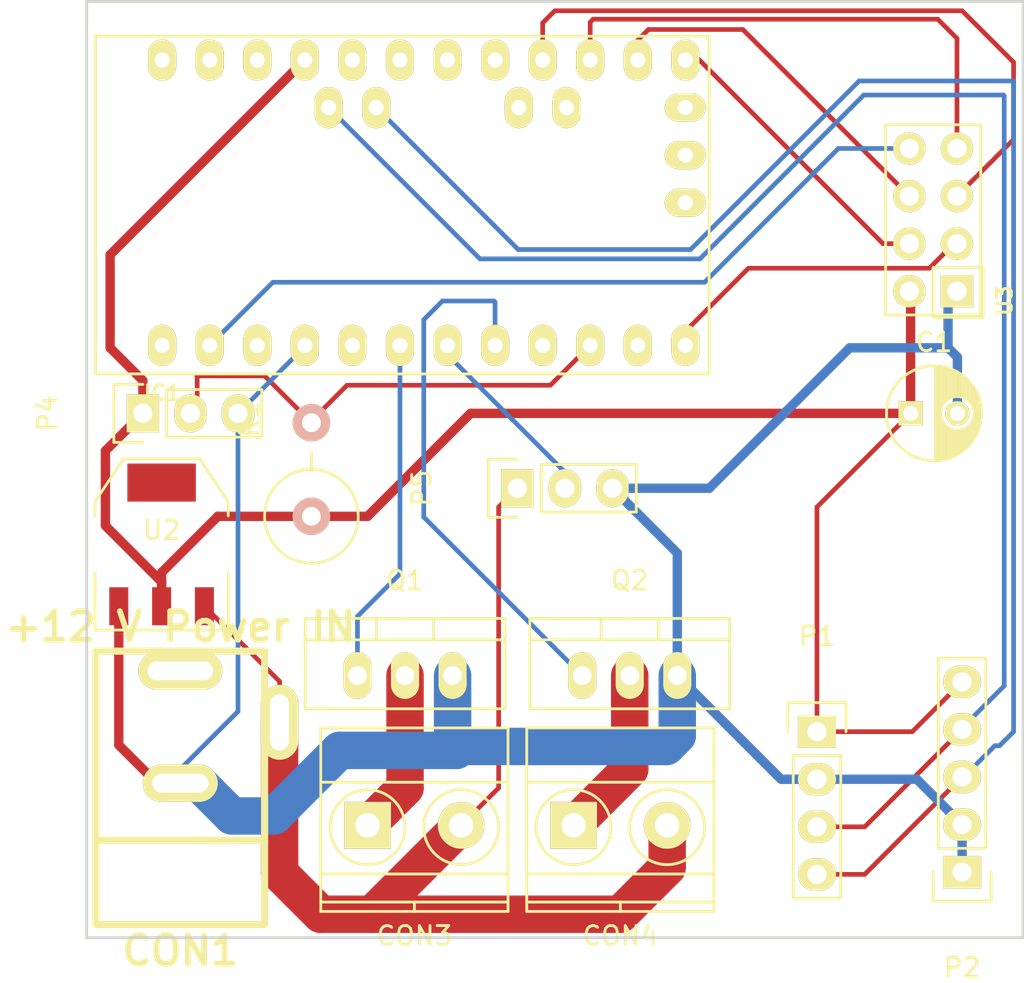
<source format=kicad_pcb>
(kicad_pcb (version 4) (host pcbnew 4.0.2-4+6225~38~ubuntu14.04.1-stable)

  (general
    (links 41)
    (no_connects 2)
    (area 45.322171 49.924999 100.075001 102.575)
    (thickness 1.6)
    (drawings 4)
    (tracks 150)
    (zones 0)
    (modules 14)
    (nets 20)
  )

  (page A4)
  (layers
    (0 F.Cu signal)
    (31 B.Cu signal hide)
    (32 B.Adhes user)
    (33 F.Adhes user)
    (34 B.Paste user)
    (35 F.Paste user)
    (36 B.SilkS user)
    (37 F.SilkS user)
    (38 B.Mask user)
    (39 F.Mask user)
    (40 Dwgs.User user)
    (41 Cmts.User user)
    (42 Eco1.User user)
    (43 Eco2.User user)
    (44 Edge.Cuts user)
    (45 Margin user)
    (46 B.CrtYd user)
    (47 F.CrtYd user)
    (48 B.Fab user)
    (49 F.Fab user)
  )

  (setup
    (last_trace_width 0.25)
    (trace_clearance 0.2)
    (zone_clearance 0.508)
    (zone_45_only no)
    (trace_min 0.2)
    (segment_width 0.2)
    (edge_width 0.15)
    (via_size 0.6)
    (via_drill 0.4)
    (via_min_size 0.4)
    (via_min_drill 0.3)
    (uvia_size 0.3)
    (uvia_drill 0.1)
    (uvias_allowed no)
    (uvia_min_size 0.2)
    (uvia_min_drill 0.1)
    (pcb_text_width 0.3)
    (pcb_text_size 1.5 1.5)
    (mod_edge_width 0.15)
    (mod_text_size 1 1)
    (mod_text_width 0.15)
    (pad_size 1.524 1.524)
    (pad_drill 0.762)
    (pad_to_mask_clearance 0.2)
    (aux_axis_origin 0 0)
    (visible_elements FFFFFF7F)
    (pcbplotparams
      (layerselection 0x00030_80000001)
      (usegerberextensions false)
      (excludeedgelayer true)
      (linewidth 0.100000)
      (plotframeref false)
      (viasonmask false)
      (mode 1)
      (useauxorigin false)
      (hpglpennumber 1)
      (hpglpenspeed 20)
      (hpglpendiameter 15)
      (hpglpenoverlay 2)
      (psnegative false)
      (psa4output false)
      (plotreference true)
      (plotvalue true)
      (plotinvisibletext false)
      (padsonsilk false)
      (subtractmaskfromsilk false)
      (outputformat 1)
      (mirror false)
      (drillshape 1)
      (scaleselection 1)
      (outputdirectory ""))
  )

  (net 0 "")
  (net 1 /+3,3V)
  (net 2 GND)
  (net 3 +12V)
  (net 4 /LED1-)
  (net 5 /LED2-)
  (net 6 "Net-(IC1-Pad28)")
  (net 7 "Net-(IC1-Pad27)")
  (net 8 "Net-(IC1-Pad2)")
  (net 9 "Net-(IC1-Pad6)")
  (net 10 /PIRin)
  (net 11 "Net-(IC1-Pad8)")
  (net 12 /DS18b20)
  (net 13 "Net-(IC1-Pad12)")
  (net 14 "Net-(IC1-Pad13)")
  (net 15 "Net-(IC1-Pad14)")
  (net 16 "Net-(IC1-Pad15)")
  (net 17 "Net-(IC1-Pad16)")
  (net 18 /SDA)
  (net 19 /SCL)

  (net_class Default "Dies ist die voreingestellte Netzklasse."
    (clearance 0.2)
    (trace_width 0.25)
    (via_dia 0.6)
    (via_drill 0.4)
    (uvia_dia 0.3)
    (uvia_drill 0.1)
  )

  (net_class +12V ""
    (clearance 0.2)
    (trace_width 2)
    (via_dia 0.6)
    (via_drill 0.4)
    (uvia_dia 0.3)
    (uvia_drill 0.1)
  )

  (net_class GND ""
    (clearance 0.2)
    (trace_width 2)
    (via_dia 0.6)
    (via_drill 0.4)
    (uvia_dia 0.3)
    (uvia_drill 0.1)
  )

  (net_class thick ""
    (clearance 0.2)
    (trace_width 0.5)
    (via_dia 0.6)
    (via_drill 0.4)
    (uvia_dia 0.3)
    (uvia_drill 0.1)
    (add_net +12V)
    (add_net /+3,3V)
    (add_net /DS18b20)
    (add_net /LED1-)
    (add_net /LED2-)
    (add_net /PIRin)
    (add_net /SCL)
    (add_net /SDA)
    (add_net GND)
    (add_net "Net-(IC1-Pad12)")
    (add_net "Net-(IC1-Pad13)")
    (add_net "Net-(IC1-Pad14)")
    (add_net "Net-(IC1-Pad15)")
    (add_net "Net-(IC1-Pad16)")
    (add_net "Net-(IC1-Pad2)")
    (add_net "Net-(IC1-Pad27)")
    (add_net "Net-(IC1-Pad28)")
    (add_net "Net-(IC1-Pad6)")
    (add_net "Net-(IC1-Pad8)")
  )

  (module mysensors_connectors:dc_socket-kcswalter (layer F.Cu) (tedit 0) (tstamp 56F7B016)
    (at 55 92)
    (descr "Socket, DC power supply")
    (path /56F70FFC)
    (fp_text reference CON1 (at 0 8.6995) (layer F.SilkS)
      (effects (font (thickness 0.3048)))
    )
    (fp_text value "+12 V Power IN" (at 0 -8.60044) (layer F.SilkS)
      (effects (font (thickness 0.3048)))
    )
    (fp_line (start -4.50088 2.79908) (end 4.50088 2.79908) (layer F.SilkS) (width 0.381))
    (fp_line (start -4.50088 7.29996) (end 4.50088 7.29996) (layer F.SilkS) (width 0.381))
    (fp_line (start 4.50088 7.29996) (end 4.50088 -7.29996) (layer F.SilkS) (width 0.381))
    (fp_line (start 4.50088 -7.29996) (end -4.50088 -7.29996) (layer F.SilkS) (width 0.381))
    (fp_line (start -4.50088 -7.29996) (end -4.50088 7.29996) (layer F.SilkS) (width 0.381))
    (pad 1 thru_hole oval (at 5.30098 -3.50012) (size 1.99898 4.0005) (drill oval 1.00076 2.99974) (layers *.Cu *.Mask F.SilkS)
      (net 3 +12V))
    (pad 2 thru_hole oval (at 0 -0.24892) (size 4.0005 1.99898) (drill oval 2.99974 1.00076) (layers *.Cu *.Mask F.SilkS)
      (net 2 GND))
    (pad 3 thru_hole oval (at 0 -6.25094) (size 4.50088 1.99898) (drill oval 3.50012 1.00076) (layers *.Cu *.Mask F.SilkS))
    (model mysensors.3dshapes/w.lain.3dshapes/conn_misc/dc_socket.wrl
      (at (xyz 0 0 0))
      (scale (xyz 1 1 1))
      (rotate (xyz 0 0 0))
    )
  )

  (module Terminal_Blocks:TerminalBlock_Pheonix_MKDS1.5-2pol (layer F.Cu) (tedit 563007E4) (tstamp 56F7B01C)
    (at 65 94)
    (descr "2-way 5mm pitch terminal block, Phoenix MKDS series")
    (path /56F7A509)
    (fp_text reference CON3 (at 2.5 5.9) (layer F.SilkS)
      (effects (font (size 1 1) (thickness 0.15)))
    )
    (fp_text value "LED1 connector" (at 2.5 -6.6) (layer F.Fab)
      (effects (font (size 1 1) (thickness 0.15)))
    )
    (fp_line (start -2.7 -5.4) (end 7.7 -5.4) (layer F.CrtYd) (width 0.05))
    (fp_line (start -2.7 4.8) (end -2.7 -5.4) (layer F.CrtYd) (width 0.05))
    (fp_line (start 7.7 4.8) (end -2.7 4.8) (layer F.CrtYd) (width 0.05))
    (fp_line (start 7.7 -5.4) (end 7.7 4.8) (layer F.CrtYd) (width 0.05))
    (fp_line (start 2.5 4.1) (end 2.5 4.6) (layer F.SilkS) (width 0.15))
    (fp_circle (center 5 0.1) (end 3 0.1) (layer F.SilkS) (width 0.15))
    (fp_circle (center 0 0.1) (end 2 0.1) (layer F.SilkS) (width 0.15))
    (fp_line (start -2.5 2.6) (end 7.5 2.6) (layer F.SilkS) (width 0.15))
    (fp_line (start -2.5 -2.3) (end 7.5 -2.3) (layer F.SilkS) (width 0.15))
    (fp_line (start -2.5 4.1) (end 7.5 4.1) (layer F.SilkS) (width 0.15))
    (fp_line (start -2.5 4.6) (end 7.5 4.6) (layer F.SilkS) (width 0.15))
    (fp_line (start 7.5 4.6) (end 7.5 -5.2) (layer F.SilkS) (width 0.15))
    (fp_line (start 7.5 -5.2) (end -2.5 -5.2) (layer F.SilkS) (width 0.15))
    (fp_line (start -2.5 -5.2) (end -2.5 4.6) (layer F.SilkS) (width 0.15))
    (pad 1 thru_hole rect (at 0 0) (size 2.5 2.5) (drill 1.3) (layers *.Cu *.Mask F.SilkS)
      (net 4 /LED1-))
    (pad 2 thru_hole circle (at 5 0) (size 2.5 2.5) (drill 1.3) (layers *.Cu *.Mask F.SilkS)
      (net 3 +12V))
    (model Terminal_Blocks.3dshapes/TerminalBlock_Pheonix_MKDS1.5-2pol.wrl
      (at (xyz 0.0984 0 0))
      (scale (xyz 1 1 1))
      (rotate (xyz 0 0 0))
    )
  )

  (module Terminal_Blocks:TerminalBlock_Pheonix_MKDS1.5-2pol (layer F.Cu) (tedit 563007E4) (tstamp 56F7B022)
    (at 76 94)
    (descr "2-way 5mm pitch terminal block, Phoenix MKDS series")
    (path /56F798E5)
    (fp_text reference CON4 (at 2.5 5.9) (layer F.SilkS)
      (effects (font (size 1 1) (thickness 0.15)))
    )
    (fp_text value "LED2 connector" (at 2.5 -6.6) (layer F.Fab)
      (effects (font (size 1 1) (thickness 0.15)))
    )
    (fp_line (start -2.7 -5.4) (end 7.7 -5.4) (layer F.CrtYd) (width 0.05))
    (fp_line (start -2.7 4.8) (end -2.7 -5.4) (layer F.CrtYd) (width 0.05))
    (fp_line (start 7.7 4.8) (end -2.7 4.8) (layer F.CrtYd) (width 0.05))
    (fp_line (start 7.7 -5.4) (end 7.7 4.8) (layer F.CrtYd) (width 0.05))
    (fp_line (start 2.5 4.1) (end 2.5 4.6) (layer F.SilkS) (width 0.15))
    (fp_circle (center 5 0.1) (end 3 0.1) (layer F.SilkS) (width 0.15))
    (fp_circle (center 0 0.1) (end 2 0.1) (layer F.SilkS) (width 0.15))
    (fp_line (start -2.5 2.6) (end 7.5 2.6) (layer F.SilkS) (width 0.15))
    (fp_line (start -2.5 -2.3) (end 7.5 -2.3) (layer F.SilkS) (width 0.15))
    (fp_line (start -2.5 4.1) (end 7.5 4.1) (layer F.SilkS) (width 0.15))
    (fp_line (start -2.5 4.6) (end 7.5 4.6) (layer F.SilkS) (width 0.15))
    (fp_line (start 7.5 4.6) (end 7.5 -5.2) (layer F.SilkS) (width 0.15))
    (fp_line (start 7.5 -5.2) (end -2.5 -5.2) (layer F.SilkS) (width 0.15))
    (fp_line (start -2.5 -5.2) (end -2.5 4.6) (layer F.SilkS) (width 0.15))
    (pad 1 thru_hole rect (at 0 0) (size 2.5 2.5) (drill 1.3) (layers *.Cu *.Mask F.SilkS)
      (net 5 /LED2-))
    (pad 2 thru_hole circle (at 5 0) (size 2.5 2.5) (drill 1.3) (layers *.Cu *.Mask F.SilkS)
      (net 3 +12V))
    (model Terminal_Blocks.3dshapes/TerminalBlock_Pheonix_MKDS1.5-2pol.wrl
      (at (xyz 0.0984 0 0))
      (scale (xyz 1 1 1))
      (rotate (xyz 0 0 0))
    )
  )

  (module mysensors_arduino:pro_mini (layer F.Cu) (tedit 55A3E6CB) (tstamp 56F7B045)
    (at 68 60.75)
    (descr "IC, ARDUINO_PRO_MINI x 0,6\"")
    (tags "DIL ARDUINO PRO MINI")
    (path /56F70B78)
    (fp_text reference IC1 (at -13.97 10.16) (layer F.SilkS)
      (effects (font (size 0.8 0.8) (thickness 0.16)))
    )
    (fp_text value ArduinoProMini (at 0 0) (layer F.Fab) hide
      (effects (font (size 0.8 0.8) (thickness 0.16)))
    )
    (fp_line (start 15.24 9.144) (end 15.24 -8.89) (layer F.SilkS) (width 0.15))
    (fp_line (start -17.526 -8.89) (end -17.526 9.144) (layer F.SilkS) (width 0.15))
    (fp_line (start 15.24 9.144) (end -17.526 9.144) (layer F.SilkS) (width 0.15))
    (fp_line (start -17.526 -8.89) (end 15.24 -8.89) (layer F.SilkS) (width 0.15))
    (pad 28 thru_hole oval (at 5.08 -5.08) (size 1.50114 2.19964) (drill 0.8001) (layers *.Cu *.Mask F.SilkS)
      (net 6 "Net-(IC1-Pad28)"))
    (pad 27 thru_hole oval (at 7.62 -5.08) (size 1.50114 2.19964) (drill 0.8001) (layers *.Cu *.Mask F.SilkS)
      (net 7 "Net-(IC1-Pad27)"))
    (pad 1 thru_hole oval (at -13.97 7.62) (size 1.50114 2.19964) (drill 0.8001) (layers *.Cu *.Mask F.SilkS))
    (pad 2 thru_hole oval (at -11.43 7.62) (size 1.50114 2.19964) (drill 0.8001) (layers *.Cu *.Mask F.SilkS)
      (net 8 "Net-(IC1-Pad2)"))
    (pad 3 thru_hole oval (at -8.89 7.62) (size 1.50114 2.19964) (drill 0.8001) (layers *.Cu *.Mask F.SilkS))
    (pad 4 thru_hole oval (at -6.35 7.62) (size 1.50114 2.19964) (drill 0.8001) (layers *.Cu *.Mask F.SilkS)
      (net 2 GND))
    (pad 5 thru_hole oval (at -3.81 7.62) (size 1.50114 2.19964) (drill 0.8001) (layers *.Cu *.Mask F.SilkS))
    (pad 6 thru_hole oval (at -1.27 7.62) (size 1.50114 2.19964) (drill 0.8001) (layers *.Cu *.Mask F.SilkS)
      (net 9 "Net-(IC1-Pad6)"))
    (pad 7 thru_hole oval (at 1.27 7.62) (size 1.50114 2.19964) (drill 0.8001) (layers *.Cu *.Mask F.SilkS)
      (net 10 /PIRin))
    (pad 8 thru_hole oval (at 3.81 7.62) (size 1.50114 2.19964) (drill 0.8001) (layers *.Cu *.Mask F.SilkS)
      (net 11 "Net-(IC1-Pad8)"))
    (pad 9 thru_hole oval (at 6.35 7.62) (size 1.50114 2.19964) (drill 0.8001) (layers *.Cu *.Mask F.SilkS))
    (pad 10 thru_hole oval (at 8.89 7.62) (size 1.50114 2.19964) (drill 0.8001) (layers *.Cu *.Mask F.SilkS)
      (net 12 /DS18b20))
    (pad 11 thru_hole oval (at 11.43 7.62) (size 1.50114 2.19964) (drill 0.8001) (layers *.Cu *.Mask F.SilkS))
    (pad 12 thru_hole oval (at 13.97 7.62) (size 1.50114 2.19964) (drill 0.8001) (layers *.Cu *.Mask F.SilkS)
      (net 13 "Net-(IC1-Pad12)"))
    (pad 13 thru_hole oval (at 13.97 -7.62) (size 1.50114 2.19964) (drill 0.8001) (layers *.Cu *.Mask F.SilkS)
      (net 14 "Net-(IC1-Pad13)"))
    (pad 14 thru_hole oval (at 11.43 -7.62) (size 1.50114 2.19964) (drill 0.8001) (layers *.Cu *.Mask F.SilkS)
      (net 15 "Net-(IC1-Pad14)"))
    (pad 15 thru_hole oval (at 8.89 -7.62) (size 1.50114 2.19964) (drill 0.8001) (layers *.Cu *.Mask F.SilkS)
      (net 16 "Net-(IC1-Pad15)"))
    (pad 16 thru_hole oval (at 6.35 -7.62) (size 1.50114 2.19964) (drill 0.8001) (layers *.Cu *.Mask F.SilkS)
      (net 17 "Net-(IC1-Pad16)"))
    (pad 17 thru_hole oval (at 3.81 -7.62) (size 1.50114 2.19964) (drill 0.8001) (layers *.Cu *.Mask F.SilkS))
    (pad 18 thru_hole oval (at 1.27 -7.62) (size 1.50114 2.19964) (drill 0.8001) (layers *.Cu *.Mask F.SilkS))
    (pad 19 thru_hole oval (at -1.27 -7.62) (size 1.50114 2.19964) (drill 0.8001) (layers *.Cu *.Mask F.SilkS))
    (pad 20 thru_hole oval (at -3.81 -7.62) (size 1.50114 2.19964) (drill 0.8001) (layers *.Cu *.Mask F.SilkS))
    (pad 21 thru_hole oval (at -6.35 -7.62) (size 1.50114 2.19964) (drill 0.8001) (layers *.Cu *.Mask F.SilkS)
      (net 1 /+3,3V))
    (pad 22 thru_hole oval (at -8.89 -7.62) (size 1.50114 2.19964) (drill 0.8001) (layers *.Cu *.Mask F.SilkS))
    (pad 23 thru_hole oval (at -11.43 -7.62) (size 1.50114 2.19964) (drill 0.8001) (layers *.Cu *.Mask F.SilkS))
    (pad 24 thru_hole oval (at -13.97 -7.62) (size 1.50114 2.19964) (drill 0.8001) (layers *.Cu *.Mask F.SilkS))
    (pad 25 thru_hole oval (at -2.54 -5.08) (size 1.50114 2.19964) (drill 0.8001) (layers *.Cu *.Mask F.SilkS)
      (net 18 /SDA))
    (pad 26 thru_hole oval (at -5.08 -5.08) (size 1.50114 2.19964) (drill 0.8001) (layers *.Cu *.Mask F.SilkS)
      (net 19 /SCL))
    (pad 27 thru_hole oval (at 13.97 -5.08) (size 2.19964 1.50114) (drill 0.8001) (layers *.Cu *.Mask F.SilkS)
      (net 7 "Net-(IC1-Pad27)"))
    (pad 28 thru_hole oval (at 13.97 -2.54) (size 2.19964 1.50114) (drill 0.8001) (layers *.Cu *.Mask F.SilkS)
      (net 6 "Net-(IC1-Pad28)"))
    (pad 29 thru_hole oval (at 13.97 0) (size 2.19964 1.50114) (drill 0.8001) (layers *.Cu *.Mask F.SilkS))
    (model Socket_Strips.3dshapes/Socket_Strip_Straight_1x02.wrl
      (at (xyz -0.15 0.2 0))
      (scale (xyz 1 1 1))
      (rotate (xyz 0 0 0))
    )
    (model Socket_Strips.3dshapes/Socket_Strip_Straight_1x03.wrl
      (at (xyz 0.55 0.1 0))
      (scale (xyz 1 1 1))
      (rotate (xyz 0 0 90))
    )
    (model Socket_Strips.3dshapes/Socket_Strip_Straight_1x12.wrl
      (at (xyz 0 0.3 0))
      (scale (xyz 1 1 1))
      (rotate (xyz 0 0 0))
    )
    (model Socket_Strips.3dshapes/Socket_Strip_Straight_1x12.wrl
      (at (xyz 0 -0.3 0))
      (scale (xyz 1 1 1))
      (rotate (xyz 0 0 0))
    )
    (model Socket_Strips.3dshapes/Socket_Strip_Straight_1x02.wrl
      (at (xyz 0.25 0.2 0))
      (scale (xyz 1 1 1))
      (rotate (xyz 0 0 0))
    )
    (model mysensors.3dshapes/arduino_pro_mini.wrl
      (at (xyz -0.05 0 0.48))
      (scale (xyz 0.395 0.395 0.395))
      (rotate (xyz 0 0 180))
    )
    (model SMD_Packages.3dshapes/TQFP-32.wrl
      (at (xyz 0.05 0 0.5125))
      (scale (xyz 1 1 1))
      (rotate (xyz 0 0 315))
    )
    (model Pin_Headers.3dshapes/Pin_Header_Straight_1x12.wrl
      (at (xyz 0 -0.3 0.445))
      (scale (xyz 1 1 1))
      (rotate (xyz 0 180 0))
    )
    (model Pin_Headers.3dshapes/Pin_Header_Straight_1x12.wrl
      (at (xyz 0 0.3 0.445))
      (scale (xyz 1 1 1))
      (rotate (xyz 0 180 0))
    )
    (model Pin_Headers.3dshapes/Pin_Header_Straight_1x03.wrl
      (at (xyz 0.55 0.1 0.445))
      (scale (xyz 1 1 1))
      (rotate (xyz 0 180 90))
    )
    (model Pin_Headers.3dshapes/Pin_Header_Straight_1x02.wrl
      (at (xyz 0.25 0.2 0.445))
      (scale (xyz 1 1 1))
      (rotate (xyz 0 180 0))
    )
    (model Pin_Headers.3dshapes/Pin_Header_Straight_1x02.wrl
      (at (xyz -0.15 0.2 0.445))
      (scale (xyz 1 1 1))
      (rotate (xyz 0 180 0))
    )
    (model mysensors.3dshapes/w.lain.3dshapes/smd_leds/led_0603.wrl
      (at (xyz -0.3 0 0.5125))
      (scale (xyz 1 1 1))
      (rotate (xyz 0 0 0))
    )
    (model mysensors.3dshapes/w.lain.3dshapes/smd_leds/led_0603.wrl
      (at (xyz 0.55 -0.175 0.5125))
      (scale (xyz 1 1 1))
      (rotate (xyz 0 0 0))
    )
    (model Pin_Headers.3dshapes/Pin_Header_Angled_1x06.wrl
      (at (xyz -0.65 0 0.5125))
      (scale (xyz 1 1 1))
      (rotate (xyz 0 0 270))
    )
    (model Resistors_SMD.3dshapes/R_0603.wrl
      (at (xyz -0.3 -0.05 0.5125))
      (scale (xyz 1 1 1))
      (rotate (xyz 0 0 0))
    )
    (model Resistors_SMD.3dshapes/R_0603.wrl
      (at (xyz 0.55 -0.125 0.5125))
      (scale (xyz 1 1 1))
      (rotate (xyz 0 0 0))
    )
    (model Capacitors_SMD.3dshapes/C_0603.wrl
      (at (xyz -0.3 0.05 0.5125))
      (scale (xyz 1 1 1))
      (rotate (xyz 0 0 0))
    )
    (model Capacitors_Tantalum_SMD.3dshapes/TantalC_SizeS_EIA-3216.wrl
      (at (xyz -0.35 0.15 0.5125))
      (scale (xyz 1 1 1))
      (rotate (xyz 0 0 0))
    )
    (model Capacitors_Tantalum_SMD.3dshapes/TantalC_SizeS_EIA-3216.wrl
      (at (xyz -0.35 -0.15 0.5125))
      (scale (xyz 1 1 1))
      (rotate (xyz 0 0 0))
    )
    (model Housings_SOT-23_SOT-143_TSOT-6.3dshapes/SOT-23-5.wrl
      (at (xyz -0.4 0 0.5125))
      (scale (xyz 1 1 1))
      (rotate (xyz 0 0 90))
    )
    (model Capacitors_SMD.3dshapes/C_1210.wrl
      (at (xyz -0.5 0 0.5125))
      (scale (xyz 1 1 1))
      (rotate (xyz 0 0 90))
    )
  )

  (module Pin_Headers:Pin_Header_Straight_1x04 (layer F.Cu) (tedit 0) (tstamp 56F7B04D)
    (at 89 89)
    (descr "Through hole pin header")
    (tags "pin header")
    (path /56F79D05)
    (fp_text reference P1 (at 0 -5.1) (layer F.SilkS)
      (effects (font (size 1 1) (thickness 0.15)))
    )
    (fp_text value SHT21 (at 0 -3.1) (layer F.Fab)
      (effects (font (size 1 1) (thickness 0.15)))
    )
    (fp_line (start -1.75 -1.75) (end -1.75 9.4) (layer F.CrtYd) (width 0.05))
    (fp_line (start 1.75 -1.75) (end 1.75 9.4) (layer F.CrtYd) (width 0.05))
    (fp_line (start -1.75 -1.75) (end 1.75 -1.75) (layer F.CrtYd) (width 0.05))
    (fp_line (start -1.75 9.4) (end 1.75 9.4) (layer F.CrtYd) (width 0.05))
    (fp_line (start -1.27 1.27) (end -1.27 8.89) (layer F.SilkS) (width 0.15))
    (fp_line (start 1.27 1.27) (end 1.27 8.89) (layer F.SilkS) (width 0.15))
    (fp_line (start 1.55 -1.55) (end 1.55 0) (layer F.SilkS) (width 0.15))
    (fp_line (start -1.27 8.89) (end 1.27 8.89) (layer F.SilkS) (width 0.15))
    (fp_line (start 1.27 1.27) (end -1.27 1.27) (layer F.SilkS) (width 0.15))
    (fp_line (start -1.55 0) (end -1.55 -1.55) (layer F.SilkS) (width 0.15))
    (fp_line (start -1.55 -1.55) (end 1.55 -1.55) (layer F.SilkS) (width 0.15))
    (pad 1 thru_hole rect (at 0 0) (size 2.032 1.7272) (drill 1.016) (layers *.Cu *.Mask F.SilkS)
      (net 1 /+3,3V))
    (pad 2 thru_hole oval (at 0 2.54) (size 2.032 1.7272) (drill 1.016) (layers *.Cu *.Mask F.SilkS)
      (net 2 GND))
    (pad 3 thru_hole oval (at 0 5.08) (size 2.032 1.7272) (drill 1.016) (layers *.Cu *.Mask F.SilkS)
      (net 19 /SCL))
    (pad 4 thru_hole oval (at 0 7.62) (size 2.032 1.7272) (drill 1.016) (layers *.Cu *.Mask F.SilkS)
      (net 18 /SDA))
    (model Pin_Headers.3dshapes/Pin_Header_Straight_1x04.wrl
      (at (xyz 0 -0.15 0))
      (scale (xyz 1 1 1))
      (rotate (xyz 0 0 90))
    )
  )

  (module Pin_Headers:Pin_Header_Straight_1x03 (layer F.Cu) (tedit 0) (tstamp 56F7B054)
    (at 53 72 90)
    (descr "Through hole pin header")
    (tags "pin header")
    (path /56F7A7F4)
    (fp_text reference P4 (at 0 -5.1 90) (layer F.SilkS)
      (effects (font (size 1 1) (thickness 0.15)))
    )
    (fp_text value "DS18b20 connector" (at 0 -3.1 90) (layer F.Fab)
      (effects (font (size 1 1) (thickness 0.15)))
    )
    (fp_line (start -1.75 -1.75) (end -1.75 6.85) (layer F.CrtYd) (width 0.05))
    (fp_line (start 1.75 -1.75) (end 1.75 6.85) (layer F.CrtYd) (width 0.05))
    (fp_line (start -1.75 -1.75) (end 1.75 -1.75) (layer F.CrtYd) (width 0.05))
    (fp_line (start -1.75 6.85) (end 1.75 6.85) (layer F.CrtYd) (width 0.05))
    (fp_line (start -1.27 1.27) (end -1.27 6.35) (layer F.SilkS) (width 0.15))
    (fp_line (start -1.27 6.35) (end 1.27 6.35) (layer F.SilkS) (width 0.15))
    (fp_line (start 1.27 6.35) (end 1.27 1.27) (layer F.SilkS) (width 0.15))
    (fp_line (start 1.55 -1.55) (end 1.55 0) (layer F.SilkS) (width 0.15))
    (fp_line (start 1.27 1.27) (end -1.27 1.27) (layer F.SilkS) (width 0.15))
    (fp_line (start -1.55 0) (end -1.55 -1.55) (layer F.SilkS) (width 0.15))
    (fp_line (start -1.55 -1.55) (end 1.55 -1.55) (layer F.SilkS) (width 0.15))
    (pad 1 thru_hole rect (at 0 0 90) (size 2.032 1.7272) (drill 1.016) (layers *.Cu *.Mask F.SilkS)
      (net 1 /+3,3V))
    (pad 2 thru_hole oval (at 0 2.54 90) (size 2.032 1.7272) (drill 1.016) (layers *.Cu *.Mask F.SilkS)
      (net 12 /DS18b20))
    (pad 3 thru_hole oval (at 0 5.08 90) (size 2.032 1.7272) (drill 1.016) (layers *.Cu *.Mask F.SilkS)
      (net 2 GND))
    (model Pin_Headers.3dshapes/Pin_Header_Straight_1x03.wrl
      (at (xyz 0 -0.1 0))
      (scale (xyz 1 1 1))
      (rotate (xyz 0 0 90))
    )
  )

  (module Pin_Headers:Pin_Header_Straight_1x03 (layer F.Cu) (tedit 0) (tstamp 56F7B05B)
    (at 73 76 90)
    (descr "Through hole pin header")
    (tags "pin header")
    (path /56F7AEAA)
    (fp_text reference P5 (at 0 -5.1 90) (layer F.SilkS)
      (effects (font (size 1 1) (thickness 0.15)))
    )
    (fp_text value "PIR connector" (at 0 -3.1 90) (layer F.Fab)
      (effects (font (size 1 1) (thickness 0.15)))
    )
    (fp_line (start -1.75 -1.75) (end -1.75 6.85) (layer F.CrtYd) (width 0.05))
    (fp_line (start 1.75 -1.75) (end 1.75 6.85) (layer F.CrtYd) (width 0.05))
    (fp_line (start -1.75 -1.75) (end 1.75 -1.75) (layer F.CrtYd) (width 0.05))
    (fp_line (start -1.75 6.85) (end 1.75 6.85) (layer F.CrtYd) (width 0.05))
    (fp_line (start -1.27 1.27) (end -1.27 6.35) (layer F.SilkS) (width 0.15))
    (fp_line (start -1.27 6.35) (end 1.27 6.35) (layer F.SilkS) (width 0.15))
    (fp_line (start 1.27 6.35) (end 1.27 1.27) (layer F.SilkS) (width 0.15))
    (fp_line (start 1.55 -1.55) (end 1.55 0) (layer F.SilkS) (width 0.15))
    (fp_line (start 1.27 1.27) (end -1.27 1.27) (layer F.SilkS) (width 0.15))
    (fp_line (start -1.55 0) (end -1.55 -1.55) (layer F.SilkS) (width 0.15))
    (fp_line (start -1.55 -1.55) (end 1.55 -1.55) (layer F.SilkS) (width 0.15))
    (pad 1 thru_hole rect (at 0 0 90) (size 2.032 1.7272) (drill 1.016) (layers *.Cu *.Mask F.SilkS)
      (net 3 +12V))
    (pad 2 thru_hole oval (at 0 2.54 90) (size 2.032 1.7272) (drill 1.016) (layers *.Cu *.Mask F.SilkS)
      (net 10 /PIRin))
    (pad 3 thru_hole oval (at 0 5.08 90) (size 2.032 1.7272) (drill 1.016) (layers *.Cu *.Mask F.SilkS)
      (net 2 GND))
    (model Pin_Headers.3dshapes/Pin_Header_Straight_1x03.wrl
      (at (xyz 0 -0.1 0))
      (scale (xyz 1 1 1))
      (rotate (xyz 0 0 90))
    )
  )

  (module TO_SOT_Packages_THT:TO-220_Neutral123_Vertical (layer F.Cu) (tedit 0) (tstamp 56F7B062)
    (at 67 86)
    (descr "TO-220, Neutral, Vertical,")
    (tags "TO-220, Neutral, Vertical,")
    (path /56F710FF)
    (fp_text reference Q1 (at 0 -5.08) (layer F.SilkS)
      (effects (font (size 1 1) (thickness 0.15)))
    )
    (fp_text value IRLZ44N (at 0 3.81) (layer F.Fab)
      (effects (font (size 1 1) (thickness 0.15)))
    )
    (fp_line (start -1.524 -3.048) (end -1.524 -1.905) (layer F.SilkS) (width 0.15))
    (fp_line (start 1.524 -3.048) (end 1.524 -1.905) (layer F.SilkS) (width 0.15))
    (fp_line (start 5.334 -1.905) (end 5.334 1.778) (layer F.SilkS) (width 0.15))
    (fp_line (start 5.334 1.778) (end -5.334 1.778) (layer F.SilkS) (width 0.15))
    (fp_line (start -5.334 1.778) (end -5.334 -1.905) (layer F.SilkS) (width 0.15))
    (fp_line (start 5.334 -3.048) (end 5.334 -1.905) (layer F.SilkS) (width 0.15))
    (fp_line (start 5.334 -1.905) (end -5.334 -1.905) (layer F.SilkS) (width 0.15))
    (fp_line (start -5.334 -1.905) (end -5.334 -3.048) (layer F.SilkS) (width 0.15))
    (fp_line (start 0 -3.048) (end -5.334 -3.048) (layer F.SilkS) (width 0.15))
    (fp_line (start 0 -3.048) (end 5.334 -3.048) (layer F.SilkS) (width 0.15))
    (pad 2 thru_hole oval (at 0 0 90) (size 2.49936 1.50114) (drill 1.00076) (layers *.Cu *.Mask F.SilkS)
      (net 4 /LED1-))
    (pad 1 thru_hole oval (at -2.54 0 90) (size 2.49936 1.50114) (drill 1.00076) (layers *.Cu *.Mask F.SilkS)
      (net 9 "Net-(IC1-Pad6)"))
    (pad 3 thru_hole oval (at 2.54 0 90) (size 2.49936 1.50114) (drill 1.00076) (layers *.Cu *.Mask F.SilkS)
      (net 2 GND))
    (model TO_SOT_Packages_THT.3dshapes/TO-220_Neutral123_Vertical.wrl
      (at (xyz 0 0 0))
      (scale (xyz 0.3937 0.3937 0.3937))
      (rotate (xyz 0 0 0))
    )
  )

  (module TO_SOT_Packages_THT:TO-220_Neutral123_Vertical (layer F.Cu) (tedit 0) (tstamp 56F7B069)
    (at 79 86)
    (descr "TO-220, Neutral, Vertical,")
    (tags "TO-220, Neutral, Vertical,")
    (path /56F7A220)
    (fp_text reference Q2 (at 0 -5.08) (layer F.SilkS)
      (effects (font (size 1 1) (thickness 0.15)))
    )
    (fp_text value IRLZ44N (at 0 3.81) (layer F.Fab)
      (effects (font (size 1 1) (thickness 0.15)))
    )
    (fp_line (start -1.524 -3.048) (end -1.524 -1.905) (layer F.SilkS) (width 0.15))
    (fp_line (start 1.524 -3.048) (end 1.524 -1.905) (layer F.SilkS) (width 0.15))
    (fp_line (start 5.334 -1.905) (end 5.334 1.778) (layer F.SilkS) (width 0.15))
    (fp_line (start 5.334 1.778) (end -5.334 1.778) (layer F.SilkS) (width 0.15))
    (fp_line (start -5.334 1.778) (end -5.334 -1.905) (layer F.SilkS) (width 0.15))
    (fp_line (start 5.334 -3.048) (end 5.334 -1.905) (layer F.SilkS) (width 0.15))
    (fp_line (start 5.334 -1.905) (end -5.334 -1.905) (layer F.SilkS) (width 0.15))
    (fp_line (start -5.334 -1.905) (end -5.334 -3.048) (layer F.SilkS) (width 0.15))
    (fp_line (start 0 -3.048) (end -5.334 -3.048) (layer F.SilkS) (width 0.15))
    (fp_line (start 0 -3.048) (end 5.334 -3.048) (layer F.SilkS) (width 0.15))
    (pad 2 thru_hole oval (at 0 0 90) (size 2.49936 1.50114) (drill 1.00076) (layers *.Cu *.Mask F.SilkS)
      (net 5 /LED2-))
    (pad 1 thru_hole oval (at -2.54 0 90) (size 2.49936 1.50114) (drill 1.00076) (layers *.Cu *.Mask F.SilkS)
      (net 11 "Net-(IC1-Pad8)"))
    (pad 3 thru_hole oval (at 2.54 0 90) (size 2.49936 1.50114) (drill 1.00076) (layers *.Cu *.Mask F.SilkS)
      (net 2 GND))
    (model TO_SOT_Packages_THT.3dshapes/TO-220_Neutral123_Vertical.wrl
      (at (xyz 0 0 0))
      (scale (xyz 0.3937 0.3937 0.3937))
      (rotate (xyz 0 0 0))
    )
  )

  (module Resistors_ThroughHole:Resistor_Vertical_RM5mm (layer F.Cu) (tedit 0) (tstamp 56F7B06F)
    (at 62 75 90)
    (descr "Resistor, Vertical, RM 5mm, 1/3W,")
    (tags "Resistor, Vertical, RM 5mm, 1/3W,")
    (path /56F7AA3E)
    (fp_text reference R1 (at 2.70002 -3.29946 90) (layer F.SilkS)
      (effects (font (size 1 1) (thickness 0.15)))
    )
    (fp_text value 4k7 (at 0 4.50088 90) (layer F.Fab)
      (effects (font (size 1 1) (thickness 0.15)))
    )
    (fp_line (start -0.09906 0) (end 0.9017 0) (layer F.SilkS) (width 0.15))
    (fp_circle (center -2.49936 0) (end 0 0) (layer F.SilkS) (width 0.15))
    (pad 1 thru_hole circle (at -2.49936 0 90) (size 1.99898 1.99898) (drill 1.00076) (layers *.Cu *.SilkS *.Mask)
      (net 1 /+3,3V))
    (pad 2 thru_hole circle (at 2.5019 0 90) (size 1.99898 1.99898) (drill 1.00076) (layers *.Cu *.SilkS *.Mask)
      (net 12 /DS18b20))
  )

  (module TO_SOT_Packages_SMD:SOT-223 (layer F.Cu) (tedit 0) (tstamp 56F7B07F)
    (at 54 79)
    (descr "module CMS SOT223 4 pins")
    (tags "CMS SOT")
    (path /56F70D46)
    (attr smd)
    (fp_text reference U2 (at 0 -0.762) (layer F.SilkS)
      (effects (font (size 1 1) (thickness 0.15)))
    )
    (fp_text value AMS1117 (at 0 0.762) (layer F.Fab)
      (effects (font (size 1 1) (thickness 0.15)))
    )
    (fp_line (start -3.556 1.524) (end -3.556 4.572) (layer F.SilkS) (width 0.15))
    (fp_line (start -3.556 4.572) (end 3.556 4.572) (layer F.SilkS) (width 0.15))
    (fp_line (start 3.556 4.572) (end 3.556 1.524) (layer F.SilkS) (width 0.15))
    (fp_line (start -3.556 -1.524) (end -3.556 -2.286) (layer F.SilkS) (width 0.15))
    (fp_line (start -3.556 -2.286) (end -2.032 -4.572) (layer F.SilkS) (width 0.15))
    (fp_line (start -2.032 -4.572) (end 2.032 -4.572) (layer F.SilkS) (width 0.15))
    (fp_line (start 2.032 -4.572) (end 3.556 -2.286) (layer F.SilkS) (width 0.15))
    (fp_line (start 3.556 -2.286) (end 3.556 -1.524) (layer F.SilkS) (width 0.15))
    (pad 4 smd rect (at 0 -3.302) (size 3.6576 2.032) (layers F.Cu F.Paste F.Mask))
    (pad 2 smd rect (at 0 3.302) (size 1.016 2.032) (layers F.Cu F.Paste F.Mask)
      (net 1 /+3,3V))
    (pad 3 smd rect (at 2.286 3.302) (size 1.016 2.032) (layers F.Cu F.Paste F.Mask)
      (net 3 +12V))
    (pad 1 smd rect (at -2.286 3.302) (size 1.016 2.032) (layers F.Cu F.Paste F.Mask)
      (net 2 GND))
    (model TO_SOT_Packages_SMD.3dshapes/SOT-223.wrl
      (at (xyz 0 0 0))
      (scale (xyz 0.4 0.4 0.4))
      (rotate (xyz 0 0 0))
    )
  )

  (module mysensors_radios:NRF24L01 (layer F.Cu) (tedit 5587F36C) (tstamp 56F7B08B)
    (at 98 67 270)
    (descr NRF24L01)
    (tags "nRF 24 NRF24L01 NRF24L01+")
    (path /56F70BF5)
    (fp_text reference U3 (at -1.016 -1.016 270) (layer F.SilkS)
      (effects (font (size 0.8 0.8) (thickness 0.16)))
    )
    (fp_text value NRF24L01 (at -8.382 7.112 270) (layer F.Fab) hide
      (effects (font (size 0.8 0.8) (thickness 0.16)))
    )
    (fp_line (start -15.25 28.8) (end 0 28.8) (layer F.CrtYd) (width 0.15))
    (fp_line (start 0 28.8) (end 0 0) (layer F.CrtYd) (width 0.15))
    (fp_line (start 0 0) (end -15.25 0) (layer F.CrtYd) (width 0.15))
    (fp_line (start -15.25 0) (end -15.25 28.8) (layer F.CrtYd) (width 0.15))
    (fp_line (start -2.794 0.127) (end -0.127 0.127) (layer F.SilkS) (width 0.15))
    (fp_line (start -0.127 0.127) (end -0.127 2.794) (layer F.SilkS) (width 0.15))
    (fp_line (start 0 0) (end -15.25 0) (layer B.CrtYd) (width 0.15))
    (fp_line (start -15.25 0) (end -15.25 28.8) (layer B.CrtYd) (width 0.15))
    (fp_line (start -15.25 28.8) (end 0 28.8) (layer B.CrtYd) (width 0.15))
    (fp_line (start 0 28.8) (end 0 0) (layer B.CrtYd) (width 0.15))
    (fp_line (start -7.874 0.254) (end -10.414 0.254) (layer F.SilkS) (width 0.15))
    (fp_line (start -10.414 0.254) (end -10.414 2.794) (layer F.SilkS) (width 0.15))
    (fp_line (start -2.794 0.254) (end -2.794 2.794) (layer F.SilkS) (width 0.15))
    (fp_line (start -2.794 2.794) (end -0.254 2.794) (layer F.SilkS) (width 0.15))
    (fp_line (start -10.894 -0.226) (end -10.894 5.824) (layer F.CrtYd) (width 0.05))
    (fp_line (start 0.256 -0.226) (end 0.256 5.824) (layer F.CrtYd) (width 0.05))
    (fp_line (start -10.894 -0.226) (end 0.256 -0.226) (layer F.CrtYd) (width 0.05))
    (fp_line (start -10.894 5.824) (end 0.256 5.824) (layer F.CrtYd) (width 0.05))
    (fp_line (start -7.874 0.254) (end -0.254 0.254) (layer F.SilkS) (width 0.15))
    (fp_line (start -0.254 0.254) (end -0.254 5.334) (layer F.SilkS) (width 0.15))
    (fp_line (start -0.254 5.334) (end -10.414 5.334) (layer F.SilkS) (width 0.15))
    (fp_line (start -10.414 5.334) (end -10.414 2.794) (layer F.SilkS) (width 0.15))
    (pad 7 thru_hole oval (at -9.144 1.524 270) (size 1.7272 1.7272) (drill 1.016) (layers *.Cu *.Mask F.SilkS)
      (net 16 "Net-(IC1-Pad15)"))
    (pad 8 thru_hole oval (at -9.144 4.064 270) (size 1.7272 1.7272) (drill 1.016) (layers *.Cu *.Mask F.SilkS)
      (net 8 "Net-(IC1-Pad2)"))
    (pad 5 thru_hole oval (at -6.604 1.524 270) (size 1.7272 1.7272) (drill 1.016) (layers *.Cu *.Mask F.SilkS)
      (net 17 "Net-(IC1-Pad16)"))
    (pad 6 thru_hole oval (at -6.604 4.064 270) (size 1.7272 1.7272) (drill 1.016) (layers *.Cu *.Mask F.SilkS)
      (net 15 "Net-(IC1-Pad14)"))
    (pad 3 thru_hole oval (at -4.064 1.524 270) (size 1.7272 1.7272) (drill 1.016) (layers *.Cu *.Mask F.SilkS)
      (net 13 "Net-(IC1-Pad12)"))
    (pad 4 thru_hole oval (at -4.064 4.064 270) (size 1.7272 1.7272) (drill 1.016) (layers *.Cu *.Mask F.SilkS)
      (net 14 "Net-(IC1-Pad13)"))
    (pad 1 thru_hole rect (at -1.524 1.524 270) (size 1.7272 1.7272) (drill 1.016) (layers *.Cu *.Mask F.SilkS)
      (net 2 GND))
    (pad 2 thru_hole oval (at -1.524 4.064 270) (size 1.7272 1.7272) (drill 1.016) (layers *.Cu *.Mask F.SilkS)
      (net 1 /+3,3V))
    (model Socket_Strips.3dshapes/Socket_Strip_Straight_2x04.wrl
      (at (xyz -0.21 -0.11 0))
      (scale (xyz 1 1 1))
      (rotate (xyz 0 0 0))
    )
    (model Pin_Headers.3dshapes/Pin_Header_Straight_2x04.wrl
      (at (xyz -0.21 -0.11 0.442))
      (scale (xyz 1 1 1))
      (rotate (xyz 0 180 0))
    )
    (model mysensors.3dshapes/nrf24l01.wrl
      (at (xyz -0.3 -0.5669999999999999 0.475))
      (scale (xyz 0.395 0.395 0.395))
      (rotate (xyz 0 0 0))
    )
    (model Housings_DFN_QFN.3dshapes/QFN-20-1EP_4x4mm_Pitch0.5mm.wrl
      (at (xyz -0.22 -0.51 0.509))
      (scale (xyz 1 1 1))
      (rotate (xyz 0 0 0))
    )
    (model mysensors.3dshapes/w.lain.3dshapes/crystal/crystal_hc-49s.wrl
      (at (xyz -0.5 -0.475 0.51))
      (scale (xyz 1 1 1))
      (rotate (xyz 0 0 90))
    )
  )

  (module Capacitors_ThroughHole:C_Radial_D5_L6_P2.5 (layer F.Cu) (tedit 0) (tstamp 56F7B00F)
    (at 94 72)
    (descr "Radial Electrolytic Capacitor Diameter 5mm x Length 6mm, Pitch 2.5mm")
    (tags "Electrolytic Capacitor")
    (path /56F70FC4)
    (fp_text reference C1 (at 1.25 -3.8) (layer F.SilkS)
      (effects (font (size 1 1) (thickness 0.15)))
    )
    (fp_text value 220uF (at 1.25 3.8) (layer F.Fab)
      (effects (font (size 1 1) (thickness 0.15)))
    )
    (fp_line (start 1.325 -2.499) (end 1.325 2.499) (layer F.SilkS) (width 0.15))
    (fp_line (start 1.465 -2.491) (end 1.465 2.491) (layer F.SilkS) (width 0.15))
    (fp_line (start 1.605 -2.475) (end 1.605 -0.095) (layer F.SilkS) (width 0.15))
    (fp_line (start 1.605 0.095) (end 1.605 2.475) (layer F.SilkS) (width 0.15))
    (fp_line (start 1.745 -2.451) (end 1.745 -0.49) (layer F.SilkS) (width 0.15))
    (fp_line (start 1.745 0.49) (end 1.745 2.451) (layer F.SilkS) (width 0.15))
    (fp_line (start 1.885 -2.418) (end 1.885 -0.657) (layer F.SilkS) (width 0.15))
    (fp_line (start 1.885 0.657) (end 1.885 2.418) (layer F.SilkS) (width 0.15))
    (fp_line (start 2.025 -2.377) (end 2.025 -0.764) (layer F.SilkS) (width 0.15))
    (fp_line (start 2.025 0.764) (end 2.025 2.377) (layer F.SilkS) (width 0.15))
    (fp_line (start 2.165 -2.327) (end 2.165 -0.835) (layer F.SilkS) (width 0.15))
    (fp_line (start 2.165 0.835) (end 2.165 2.327) (layer F.SilkS) (width 0.15))
    (fp_line (start 2.305 -2.266) (end 2.305 -0.879) (layer F.SilkS) (width 0.15))
    (fp_line (start 2.305 0.879) (end 2.305 2.266) (layer F.SilkS) (width 0.15))
    (fp_line (start 2.445 -2.196) (end 2.445 -0.898) (layer F.SilkS) (width 0.15))
    (fp_line (start 2.445 0.898) (end 2.445 2.196) (layer F.SilkS) (width 0.15))
    (fp_line (start 2.585 -2.114) (end 2.585 -0.896) (layer F.SilkS) (width 0.15))
    (fp_line (start 2.585 0.896) (end 2.585 2.114) (layer F.SilkS) (width 0.15))
    (fp_line (start 2.725 -2.019) (end 2.725 -0.871) (layer F.SilkS) (width 0.15))
    (fp_line (start 2.725 0.871) (end 2.725 2.019) (layer F.SilkS) (width 0.15))
    (fp_line (start 2.865 -1.908) (end 2.865 -0.823) (layer F.SilkS) (width 0.15))
    (fp_line (start 2.865 0.823) (end 2.865 1.908) (layer F.SilkS) (width 0.15))
    (fp_line (start 3.005 -1.78) (end 3.005 -0.745) (layer F.SilkS) (width 0.15))
    (fp_line (start 3.005 0.745) (end 3.005 1.78) (layer F.SilkS) (width 0.15))
    (fp_line (start 3.145 -1.631) (end 3.145 -0.628) (layer F.SilkS) (width 0.15))
    (fp_line (start 3.145 0.628) (end 3.145 1.631) (layer F.SilkS) (width 0.15))
    (fp_line (start 3.285 -1.452) (end 3.285 -0.44) (layer F.SilkS) (width 0.15))
    (fp_line (start 3.285 0.44) (end 3.285 1.452) (layer F.SilkS) (width 0.15))
    (fp_line (start 3.425 -1.233) (end 3.425 1.233) (layer F.SilkS) (width 0.15))
    (fp_line (start 3.565 -0.944) (end 3.565 0.944) (layer F.SilkS) (width 0.15))
    (fp_line (start 3.705 -0.472) (end 3.705 0.472) (layer F.SilkS) (width 0.15))
    (fp_circle (center 2.5 0) (end 2.5 -0.9) (layer F.SilkS) (width 0.15))
    (fp_circle (center 1.25 0) (end 1.25 -2.5375) (layer F.SilkS) (width 0.15))
    (fp_circle (center 1.25 0) (end 1.25 -2.8) (layer F.CrtYd) (width 0.05))
    (pad 1 thru_hole rect (at 0 0) (size 1.3 1.3) (drill 0.8) (layers *.Cu *.Mask F.SilkS)
      (net 1 /+3,3V))
    (pad 2 thru_hole circle (at 2.5 0) (size 1.3 1.3) (drill 0.8) (layers *.Cu *.Mask F.SilkS)
      (net 2 GND))
    (model Capacitors_ThroughHole.3dshapes/C_Radial_D5_L6_P2.5.wrl
      (at (xyz 0.0492126 0 0))
      (scale (xyz 1 1 1))
      (rotate (xyz 0 0 90))
    )
  )

  (module Pin_Headers:Pin_Header_Straight_1x05 (layer F.Cu) (tedit 54EA0684) (tstamp 56F7C145)
    (at 96.75 96.5 180)
    (descr "Through hole pin header")
    (tags "pin header")
    (path /56F7C654)
    (fp_text reference P2 (at 0 -5.1 180) (layer F.SilkS)
      (effects (font (size 1 1) (thickness 0.15)))
    )
    (fp_text value GY-30 (at 0 -3.1 180) (layer F.Fab)
      (effects (font (size 1 1) (thickness 0.15)))
    )
    (fp_line (start -1.55 0) (end -1.55 -1.55) (layer F.SilkS) (width 0.15))
    (fp_line (start -1.55 -1.55) (end 1.55 -1.55) (layer F.SilkS) (width 0.15))
    (fp_line (start 1.55 -1.55) (end 1.55 0) (layer F.SilkS) (width 0.15))
    (fp_line (start -1.75 -1.75) (end -1.75 11.95) (layer F.CrtYd) (width 0.05))
    (fp_line (start 1.75 -1.75) (end 1.75 11.95) (layer F.CrtYd) (width 0.05))
    (fp_line (start -1.75 -1.75) (end 1.75 -1.75) (layer F.CrtYd) (width 0.05))
    (fp_line (start -1.75 11.95) (end 1.75 11.95) (layer F.CrtYd) (width 0.05))
    (fp_line (start 1.27 1.27) (end 1.27 11.43) (layer F.SilkS) (width 0.15))
    (fp_line (start 1.27 11.43) (end -1.27 11.43) (layer F.SilkS) (width 0.15))
    (fp_line (start -1.27 11.43) (end -1.27 1.27) (layer F.SilkS) (width 0.15))
    (fp_line (start 1.27 1.27) (end -1.27 1.27) (layer F.SilkS) (width 0.15))
    (pad 1 thru_hole rect (at 0 0 180) (size 2.032 1.7272) (drill 1.016) (layers *.Cu *.Mask F.SilkS)
      (net 2 GND))
    (pad 2 thru_hole oval (at 0 2.54 180) (size 2.032 1.7272) (drill 1.016) (layers *.Cu *.Mask F.SilkS)
      (net 2 GND))
    (pad 3 thru_hole oval (at 0 5.08 180) (size 2.032 1.7272) (drill 1.016) (layers *.Cu *.Mask F.SilkS)
      (net 18 /SDA))
    (pad 4 thru_hole oval (at 0 7.62 180) (size 2.032 1.7272) (drill 1.016) (layers *.Cu *.Mask F.SilkS)
      (net 19 /SCL))
    (pad 5 thru_hole oval (at 0 10.16 180) (size 2.032 1.7272) (drill 1.016) (layers *.Cu *.Mask F.SilkS)
      (net 1 /+3,3V))
    (model Pin_Headers.3dshapes/Pin_Header_Straight_1x05.wrl
      (at (xyz 0 -0.2 0))
      (scale (xyz 1 1 1))
      (rotate (xyz 0 0 90))
    )
  )

  (gr_line (start 50 100) (end 50 50) (angle 90) (layer Edge.Cuts) (width 0.15))
  (gr_line (start 100 100) (end 50 100) (angle 90) (layer Edge.Cuts) (width 0.15))
  (gr_line (start 100 50) (end 100 100) (angle 90) (layer Edge.Cuts) (width 0.15))
  (gr_line (start 50 50) (end 100 50) (angle 90) (layer Edge.Cuts) (width 0.15))

  (segment (start 54 82.302) (end 54 81) (width 0.5) (layer F.Cu) (net 1) (status 400000))
  (segment (start 51 74) (end 53 72) (width 0.5) (layer F.Cu) (net 1) (tstamp 56F7CA0B) (status 800000))
  (segment (start 51 78) (end 51 74) (width 0.5) (layer F.Cu) (net 1) (tstamp 56F7CA08))
  (segment (start 54 81) (end 51 78) (width 0.5) (layer F.Cu) (net 1) (tstamp 56F7CA04))
  (segment (start 62 77.49936) (end 65.00064 77.49936) (width 0.5) (layer F.Cu) (net 1) (status 400000))
  (segment (start 65.00064 77.49936) (end 70.5 72) (width 0.5) (layer F.Cu) (net 1) (tstamp 56F7C829))
  (segment (start 70.5 72) (end 94 72) (width 0.5) (layer F.Cu) (net 1) (tstamp 56F7C82E) (status 800000))
  (segment (start 57 77.5) (end 61.99936 77.5) (width 0.5) (layer F.Cu) (net 1) (status 800000))
  (segment (start 61.99936 77.5) (end 62 77.49936) (width 0.5) (layer F.Cu) (net 1) (tstamp 56F7C9F3) (status C00000))
  (segment (start 94 72) (end 94 65.54) (width 0.5) (layer F.Cu) (net 1) (status C00000))
  (segment (start 94 65.54) (end 93.936 65.476) (width 0.5) (layer F.Cu) (net 1) (tstamp 56F7C9DC) (status C00000))
  (segment (start 53 72) (end 53 70.25) (width 0.5) (layer F.Cu) (net 1) (tstamp 56F7C846) (status 400000))
  (segment (start 53 70.25) (end 51.25 68.5) (width 0.5) (layer F.Cu) (net 1) (tstamp 56F7C847))
  (segment (start 51.25 68.5) (end 51.25 63.53) (width 0.5) (layer F.Cu) (net 1) (tstamp 56F7C84B))
  (segment (start 51.25 63.53) (end 61.65 53.13) (width 0.5) (layer F.Cu) (net 1) (tstamp 56F7C84D) (status 800000))
  (segment (start 54 82.302) (end 54 80.5) (width 0.5) (layer F.Cu) (net 1) (status 400000))
  (segment (start 54 80.5) (end 57 77.5) (width 0.5) (layer F.Cu) (net 1) (tstamp 56F7C822))
  (segment (start 57 77.5) (end 57.00064 77.49936) (width 0.5) (layer F.Cu) (net 1) (tstamp 56F7C9F0))
  (segment (start 89 89) (end 94.09 89) (width 0.25) (layer F.Cu) (net 1))
  (segment (start 94.09 89) (end 96.75 86.34) (width 0.25) (layer F.Cu) (net 1) (tstamp 56F7C21A))
  (segment (start 89 89) (end 89 77) (width 0.25) (layer F.Cu) (net 1))
  (segment (start 89 77) (end 94 72) (width 0.25) (layer F.Cu) (net 1) (tstamp 56F7C0DE))
  (segment (start 54 82.302) (end 54 81.6) (width 0.25) (layer F.Cu) (net 1))
  (segment (start 94 65.54) (end 93.936 65.476) (width 0.25) (layer F.Cu) (net 1) (tstamp 56F7B316))
  (segment (start 62 77.49936) (end 62 77) (width 0.25) (layer F.Cu) (net 1))
  (segment (start 89 91.54) (end 87.08 91.54) (width 0.5) (layer B.Cu) (net 2) (status 400000))
  (segment (start 87.08 91.54) (end 81.54 86) (width 0.5) (layer B.Cu) (net 2) (tstamp 56F7C982) (status 800000))
  (segment (start 96.75 93.96) (end 96.75 96.5) (width 0.5) (layer B.Cu) (net 2) (status C00000))
  (segment (start 81.54 86) (end 81.75 86) (width 0.5) (layer B.Cu) (net 2) (status C00000))
  (segment (start 94.33 91.54) (end 96.75 93.96) (width 0.5) (layer B.Cu) (net 2) (tstamp 56F7C970) (status 800000))
  (segment (start 87.29 91.54) (end 94.33 91.54) (width 0.5) (layer B.Cu) (net 2) (tstamp 56F7C96F))
  (segment (start 96 68.5) (end 96 65.952) (width 0.5) (layer B.Cu) (net 2) (status 800000))
  (segment (start 96 65.952) (end 96.476 65.476) (width 0.5) (layer B.Cu) (net 2) (tstamp 56F7C95A) (status C00000))
  (segment (start 78.08 76) (end 83.25 76) (width 0.5) (layer B.Cu) (net 2) (status 400000))
  (segment (start 96.5 69) (end 96.5 72) (width 0.5) (layer B.Cu) (net 2) (tstamp 56F7C94D) (status 800000))
  (segment (start 96 68.5) (end 96.5 69) (width 0.5) (layer B.Cu) (net 2) (tstamp 56F7C94B))
  (segment (start 90.75 68.5) (end 96 68.5) (width 0.5) (layer B.Cu) (net 2) (tstamp 56F7C949))
  (segment (start 83.25 76) (end 90.75 68.5) (width 0.5) (layer B.Cu) (net 2) (tstamp 56F7C941))
  (segment (start 81.54 86) (end 81.54 79.46) (width 0.5) (layer B.Cu) (net 2) (status 400000))
  (segment (start 81.54 79.46) (end 78.08 76) (width 0.5) (layer B.Cu) (net 2) (tstamp 56F7C91F) (status 800000))
  (segment (start 55 91.75108) (end 56.00108 91.75108) (width 2) (layer B.Cu) (net 2) (status C00000))
  (segment (start 56.00108 91.75108) (end 57.75 93.5) (width 2) (layer B.Cu) (net 2) (tstamp 56F7C8F4) (status 400000))
  (segment (start 61.74892 91.75108) (end 63.5 90) (width 2) (layer B.Cu) (net 2) (tstamp 56F7C5A0))
  (segment (start 63.5 90) (end 69.75 90) (width 2) (layer B.Cu) (net 2) (tstamp 56F7C5A5))
  (segment (start 69.75 90) (end 69.54 89.79) (width 2) (layer B.Cu) (net 2) (tstamp 56F7C5A9))
  (segment (start 60 93.5) (end 61.74892 91.75108) (width 2) (layer B.Cu) (net 2) (tstamp 56F7C8FB))
  (segment (start 57.75 93.5) (end 60 93.5) (width 2) (layer B.Cu) (net 2) (tstamp 56F7C8F7))
  (segment (start 55 91.75108) (end 53.75108 91.75108) (width 0.5) (layer F.Cu) (net 2) (status C00000))
  (segment (start 53.75108 91.75108) (end 51.714 89.714) (width 0.5) (layer F.Cu) (net 2) (tstamp 56F7C876) (status 400000))
  (segment (start 51.714 89.714) (end 51.714 82.302) (width 0.5) (layer F.Cu) (net 2) (tstamp 56F7C87A) (status 800000))
  (segment (start 69.54 89.79) (end 80.96 89.79) (width 2) (layer B.Cu) (net 2))
  (segment (start 81.54 89.21) (end 81.54 86) (width 2) (layer B.Cu) (net 2) (tstamp 56F7C5BA))
  (segment (start 80.96 89.79) (end 81.54 89.21) (width 2) (layer B.Cu) (net 2) (tstamp 56F7C5B3))
  (segment (start 69.54 89.79) (end 69.54 86) (width 2) (layer B.Cu) (net 2) (tstamp 56F7C5AB))
  (segment (start 61.65 68.37) (end 61.65 68.43) (width 0.25) (layer B.Cu) (net 2))
  (segment (start 61.65 68.43) (end 58.08 72) (width 0.25) (layer B.Cu) (net 2) (tstamp 56F7C31B))
  (segment (start 58.08 72) (end 58.08 71.19) (width 0.25) (layer B.Cu) (net 2))
  (segment (start 55 91) (end 55 91.75108) (width 0.25) (layer F.Cu) (net 2) (tstamp 56F7B7B1))
  (segment (start 78.08 76) (end 78.08 76.08) (width 0.25) (layer B.Cu) (net 2))
  (segment (start 96.5 65.5) (end 96.476 65.476) (width 0.25) (layer B.Cu) (net 2) (tstamp 56F7B401))
  (segment (start 58.08 72) (end 58.08 87.92) (width 0.25) (layer B.Cu) (net 2))
  (segment (start 58.08 87.92) (end 55 91) (width 0.25) (layer B.Cu) (net 2) (tstamp 56F7B340))
  (segment (start 55 91) (end 55 91.75108) (width 0.25) (layer B.Cu) (net 2) (tstamp 56F7B353))
  (segment (start 65.25 98.75) (end 78.5 98.75) (width 2) (layer F.Cu) (net 3))
  (segment (start 81 96.25) (end 81 94) (width 2) (layer F.Cu) (net 3) (tstamp 56F7C61E) (status 800000))
  (segment (start 78.5 98.75) (end 81 96.25) (width 2) (layer F.Cu) (net 3) (tstamp 56F7C61C))
  (segment (start 60.30098 88.49988) (end 60.30098 96.55098) (width 2) (layer F.Cu) (net 3) (status 400000))
  (segment (start 65.25 98.75) (end 70 94) (width 2) (layer F.Cu) (net 3) (tstamp 56F7C619) (status 800000))
  (segment (start 62.5 98.75) (end 65.25 98.75) (width 2) (layer F.Cu) (net 3) (tstamp 56F7C616))
  (segment (start 60.30098 96.55098) (end 62.5 98.75) (width 2) (layer F.Cu) (net 3) (tstamp 56F7C614))
  (segment (start 70 94) (end 72 92) (width 0.25) (layer F.Cu) (net 3))
  (segment (start 72 77) (end 73 76) (width 0.25) (layer F.Cu) (net 3) (tstamp 56F7B46A))
  (segment (start 72 92) (end 72 77) (width 0.25) (layer F.Cu) (net 3) (tstamp 56F7B467))
  (segment (start 60.30098 88.49988) (end 60.30098 86.31698) (width 0.25) (layer F.Cu) (net 3))
  (segment (start 60.30098 86.31698) (end 56.286 82.302) (width 0.25) (layer F.Cu) (net 3) (tstamp 56F7B44F))
  (segment (start 67 86) (end 67 92) (width 2) (layer F.Cu) (net 4) (status 400000))
  (segment (start 67 92) (end 65 94) (width 2) (layer F.Cu) (net 4) (tstamp 56F7C7C1) (status 800000))
  (segment (start 79 86) (end 79 91) (width 2) (layer F.Cu) (net 5) (status 400000))
  (segment (start 79 91) (end 76 94) (width 2) (layer F.Cu) (net 5) (tstamp 56F7C7CC) (status 800000))
  (segment (start 93.936 57.856) (end 90.144 57.856) (width 0.25) (layer B.Cu) (net 8))
  (segment (start 59.94 65) (end 56.57 68.37) (width 0.25) (layer B.Cu) (net 8) (tstamp 56F7BDE0))
  (segment (start 83 65) (end 59.94 65) (width 0.25) (layer B.Cu) (net 8) (tstamp 56F7BDDE))
  (segment (start 90.144 57.856) (end 83 65) (width 0.25) (layer B.Cu) (net 8) (tstamp 56F7BDDC))
  (segment (start 64.46 86) (end 64.46 82.84) (width 0.25) (layer B.Cu) (net 9))
  (segment (start 66.73 80.57) (end 66.73 67.62) (width 0.25) (layer B.Cu) (net 9) (tstamp 56F7B73C))
  (segment (start 64.46 82.84) (end 66.73 80.57) (width 0.25) (layer B.Cu) (net 9) (tstamp 56F7B739))
  (segment (start 75.54 76) (end 75.54 75.14) (width 0.25) (layer B.Cu) (net 10))
  (segment (start 75.54 75.14) (end 69.27 68.87) (width 0.25) (layer B.Cu) (net 10) (tstamp 56F7B5D8))
  (segment (start 69.27 68.87) (end 69.27 67.62) (width 0.25) (layer B.Cu) (net 10) (tstamp 56F7B5DE))
  (segment (start 71.81 68.37) (end 71.81 66.06) (width 0.25) (layer B.Cu) (net 11))
  (segment (start 68 77.54) (end 76.46 86) (width 0.25) (layer B.Cu) (net 11) (tstamp 56F7BE04))
  (segment (start 68 67) (end 68 77.54) (width 0.25) (layer B.Cu) (net 11) (tstamp 56F7BE00))
  (segment (start 69 66) (end 68 67) (width 0.25) (layer B.Cu) (net 11) (tstamp 56F7BDFC))
  (segment (start 71.75 66) (end 69 66) (width 0.25) (layer B.Cu) (net 11) (tstamp 56F7BDFA))
  (segment (start 71.81 66.06) (end 71.75 66) (width 0.25) (layer B.Cu) (net 11) (tstamp 56F7BDF8))
  (segment (start 76.46 86) (end 76.46 85.36) (width 0.25) (layer B.Cu) (net 11))
  (segment (start 74 70.5) (end 74.76 70.5) (width 0.25) (layer F.Cu) (net 12))
  (segment (start 74.76 70.5) (end 76.89 68.37) (width 0.25) (layer F.Cu) (net 12) (tstamp 56F7C2FA))
  (segment (start 55.9 70) (end 55.9 71.64) (width 0.25) (layer F.Cu) (net 12))
  (segment (start 55.9 71.64) (end 55.54 72) (width 0.25) (layer F.Cu) (net 12) (tstamp 56F7B62F))
  (segment (start 59.5019 70) (end 62 72.4981) (width 0.25) (layer F.Cu) (net 12) (tstamp 56F7B602))
  (segment (start 55.88 70) (end 55.9 70) (width 0.25) (layer F.Cu) (net 12) (tstamp 56F7B600))
  (segment (start 55.9 70) (end 59.5019 70) (width 0.25) (layer F.Cu) (net 12) (tstamp 56F7B62D))
  (segment (start 62 72.4981) (end 62 72.4) (width 0.25) (layer F.Cu) (net 12))
  (segment (start 62 72.4) (end 63.9 70.5) (width 0.25) (layer F.Cu) (net 12) (tstamp 56F7B5CC))
  (segment (start 63.9 70.5) (end 74 70.5) (width 0.25) (layer F.Cu) (net 12) (tstamp 56F7B5CF))
  (segment (start 74 70.5) (end 74.01 70.5) (width 0.25) (layer F.Cu) (net 12) (tstamp 56F7C2F8))
  (segment (start 96.476 62.936) (end 96.314 62.936) (width 0.25) (layer F.Cu) (net 13))
  (segment (start 96.314 62.936) (end 95 64.25) (width 0.25) (layer F.Cu) (net 13) (tstamp 56F7BC56))
  (segment (start 95 64.25) (end 85.34 64.25) (width 0.25) (layer F.Cu) (net 13) (tstamp 56F7BC58))
  (segment (start 85.34 64.25) (end 81.97 67.62) (width 0.25) (layer F.Cu) (net 13) (tstamp 56F7BC5C))
  (segment (start 93.936 62.936) (end 92.526 62.936) (width 0.25) (layer F.Cu) (net 14))
  (segment (start 92.526 62.936) (end 81.97 52.38) (width 0.25) (layer F.Cu) (net 14) (tstamp 56F7B810))
  (segment (start 79.43 53.13) (end 79.43 52.07) (width 0.25) (layer F.Cu) (net 15))
  (segment (start 79.43 52.07) (end 80 51.5) (width 0.25) (layer F.Cu) (net 15) (tstamp 56F7BDD6))
  (segment (start 80 51.5) (end 85.04 51.5) (width 0.25) (layer F.Cu) (net 15) (tstamp 56F7BDD7))
  (segment (start 85.04 51.5) (end 93.936 60.396) (width 0.25) (layer F.Cu) (net 15) (tstamp 56F7BDD8))
  (segment (start 76.89 52.88) (end 76.89 51.11) (width 0.25) (layer F.Cu) (net 16))
  (segment (start 96.476 51.976) (end 96.476 57.856) (width 0.25) (layer F.Cu) (net 16) (tstamp 56F7BD9E))
  (segment (start 95.450002 50.950002) (end 96.476 51.976) (width 0.25) (layer F.Cu) (net 16) (tstamp 56F7BD9D))
  (segment (start 77.049998 50.950002) (end 95.450002 50.950002) (width 0.25) (layer F.Cu) (net 16) (tstamp 56F7BD9C))
  (segment (start 76.89 51.11) (end 77.049998 50.950002) (width 0.25) (layer F.Cu) (net 16) (tstamp 56F7BD9B))
  (segment (start 74.35 52.38) (end 74.35 51.15) (width 0.25) (layer F.Cu) (net 17))
  (segment (start 99.5 57.372) (end 96.476 60.396) (width 0.25) (layer F.Cu) (net 17) (tstamp 56F7BD4E))
  (segment (start 99.5 53.25) (end 99.5 57.372) (width 0.25) (layer F.Cu) (net 17) (tstamp 56F7BD4A))
  (segment (start 96.75 50.5) (end 99.5 53.25) (width 0.25) (layer F.Cu) (net 17) (tstamp 56F7BD47))
  (segment (start 75 50.5) (end 96.75 50.5) (width 0.25) (layer F.Cu) (net 17) (tstamp 56F7BD42))
  (segment (start 74.35 51.15) (end 75 50.5) (width 0.25) (layer F.Cu) (net 17) (tstamp 56F7BD41))
  (segment (start 99.5 54.25) (end 91.25 54.25) (width 0.25) (layer B.Cu) (net 18))
  (segment (start 98.75 89.75) (end 99.5 89) (width 0.25) (layer B.Cu) (net 18) (tstamp 56F7C252))
  (segment (start 99.5 89) (end 99.5 54.25) (width 0.25) (layer B.Cu) (net 18) (tstamp 56F7C254))
  (segment (start 96.83 91.42) (end 98.5 89.75) (width 0.25) (layer B.Cu) (net 18) (tstamp 56F7C1DB))
  (segment (start 98.5 89.75) (end 98.75 89.75) (width 0.25) (layer B.Cu) (net 18))
  (segment (start 91.25 54.25) (end 89.75 55.75) (width 0.25) (layer B.Cu) (net 18) (tstamp 56F7C25F))
  (segment (start 96.75 91.42) (end 96.83 91.42) (width 0.25) (layer B.Cu) (net 18))
  (segment (start 73.04 63.25) (end 65.46 55.67) (width 0.25) (layer B.Cu) (net 18) (tstamp 56F7C1F8))
  (segment (start 89.75 55.75) (end 82.25 63.25) (width 0.25) (layer B.Cu) (net 18) (tstamp 56F7C1EE))
  (segment (start 82.25 63.25) (end 73.04 63.25) (width 0.25) (layer B.Cu) (net 18) (tstamp 56F7C1F5))
  (segment (start 91.55 96.62) (end 96.75 91.42) (width 0.25) (layer F.Cu) (net 18) (tstamp 56F7C1B6))
  (segment (start 89 96.62) (end 91.55 96.62) (width 0.25) (layer F.Cu) (net 18))
  (segment (start 96.75 88.88) (end 96.75 88.799998) (width 0.25) (layer B.Cu) (net 19))
  (segment (start 96.75 88.799998) (end 99 86.549998) (width 0.25) (layer B.Cu) (net 19) (tstamp 56F7C26C))
  (segment (start 71 63.75) (end 62.92 55.67) (width 0.25) (layer B.Cu) (net 19) (tstamp 56F7C281))
  (segment (start 82.75 63.75) (end 71 63.75) (width 0.25) (layer B.Cu) (net 19) (tstamp 56F7C27F))
  (segment (start 91.5 55) (end 82.75 63.75) (width 0.25) (layer B.Cu) (net 19) (tstamp 56F7C279))
  (segment (start 98.950002 55) (end 91.5 55) (width 0.25) (layer B.Cu) (net 19) (tstamp 56F7C276))
  (segment (start 99 55.049998) (end 98.950002 55) (width 0.25) (layer B.Cu) (net 19) (tstamp 56F7C275))
  (segment (start 99 86.549998) (end 99 55.049998) (width 0.25) (layer B.Cu) (net 19) (tstamp 56F7C26E))
  (segment (start 89 94.08) (end 91.55 94.08) (width 0.25) (layer F.Cu) (net 19))
  (segment (start 91.55 94.08) (end 96.75 88.88) (width 0.25) (layer F.Cu) (net 19) (tstamp 56F7C1B0))

)

</source>
